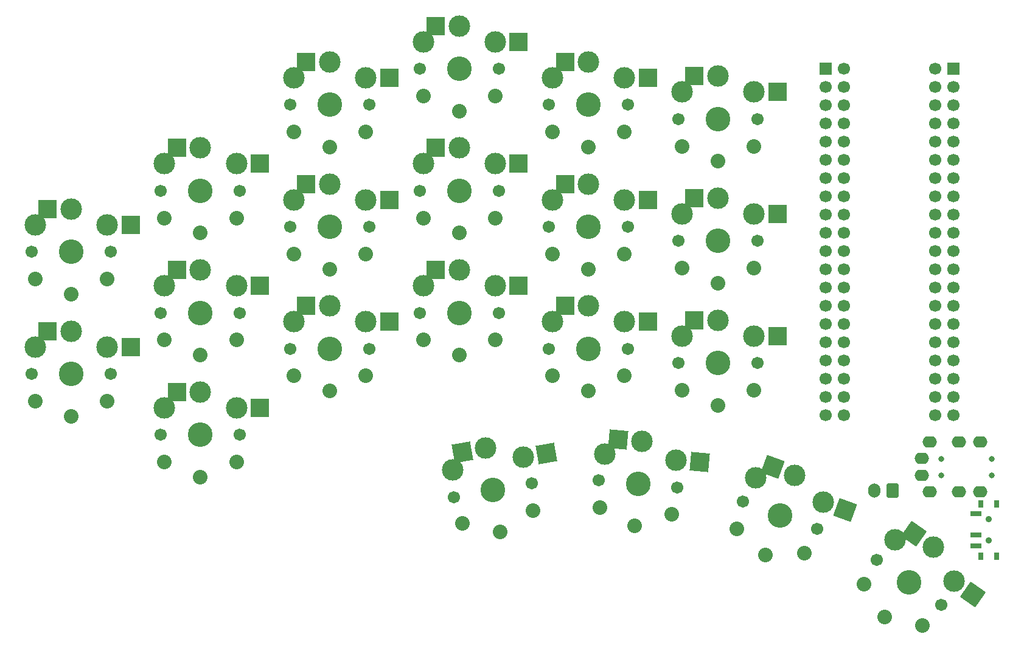
<source format=gbr>
%TF.GenerationSoftware,KiCad,Pcbnew,7.0.1-0*%
%TF.CreationDate,2023-06-01T10:31:47+02:00*%
%TF.ProjectId,nantor,6e616e74-6f72-42e6-9b69-6361645f7063,rev?*%
%TF.SameCoordinates,Original*%
%TF.FileFunction,Soldermask,Bot*%
%TF.FilePolarity,Negative*%
%FSLAX46Y46*%
G04 Gerber Fmt 4.6, Leading zero omitted, Abs format (unit mm)*
G04 Created by KiCad (PCBNEW 7.0.1-0) date 2023-06-01 10:31:47*
%MOMM*%
%LPD*%
G01*
G04 APERTURE LIST*
G04 Aperture macros list*
%AMRoundRect*
0 Rectangle with rounded corners*
0 $1 Rounding radius*
0 $2 $3 $4 $5 $6 $7 $8 $9 X,Y pos of 4 corners*
0 Add a 4 corners polygon primitive as box body*
4,1,4,$2,$3,$4,$5,$6,$7,$8,$9,$2,$3,0*
0 Add four circle primitives for the rounded corners*
1,1,$1+$1,$2,$3*
1,1,$1+$1,$4,$5*
1,1,$1+$1,$6,$7*
1,1,$1+$1,$8,$9*
0 Add four rect primitives between the rounded corners*
20,1,$1+$1,$2,$3,$4,$5,0*
20,1,$1+$1,$4,$5,$6,$7,0*
20,1,$1+$1,$6,$7,$8,$9,0*
20,1,$1+$1,$8,$9,$2,$3,0*%
%AMRotRect*
0 Rectangle, with rotation*
0 The origin of the aperture is its center*
0 $1 length*
0 $2 width*
0 $3 Rotation angle, in degrees counterclockwise*
0 Add horizontal line*
21,1,$1,$2,0,0,$3*%
G04 Aperture macros list end*
%ADD10C,1.701800*%
%ADD11C,3.000000*%
%ADD12C,3.429000*%
%ADD13R,2.600000X2.600000*%
%ADD14C,2.032000*%
%ADD15RotRect,2.600000X2.600000X355.000000*%
%ADD16RotRect,2.600000X2.600000X340.000000*%
%ADD17R,1.700000X1.700000*%
%ADD18C,1.700000*%
%ADD19C,0.900000*%
%ADD20C,0.800000*%
%ADD21O,2.000000X1.600000*%
%ADD22RotRect,2.600000X2.600000X10.000000*%
%ADD23RotRect,2.600000X2.600000X325.000000*%
%ADD24R,0.800000X1.000000*%
%ADD25R,1.500000X0.700000*%
%ADD26RoundRect,0.250000X0.600000X0.750000X-0.600000X0.750000X-0.600000X-0.750000X0.600000X-0.750000X0*%
%ADD27O,1.700000X2.000000*%
G04 APERTURE END LIST*
D10*
%TO.C,KS12*%
X163006983Y-81277968D03*
D11*
X163506983Y-77527968D03*
X168506983Y-75327968D03*
D12*
X168506983Y-81277968D03*
D11*
X173506983Y-77527968D03*
D10*
X174006983Y-81277968D03*
D13*
X165231983Y-75327968D03*
D14*
X168506983Y-87177968D03*
X163506983Y-85077968D03*
X173506983Y-85077968D03*
D13*
X176781983Y-77527968D03*
%TD*%
D10*
%TO.C,KS2*%
X91006983Y-74277968D03*
D11*
X91506983Y-70527968D03*
X96506983Y-68327968D03*
D12*
X96506983Y-74277968D03*
D11*
X101506983Y-70527968D03*
D10*
X102006983Y-74277968D03*
D13*
X93231983Y-68327968D03*
D14*
X96506983Y-80177968D03*
X91506983Y-78077968D03*
X101506983Y-78077968D03*
D13*
X104781983Y-70527968D03*
%TD*%
D10*
%TO.C,KS3*%
X109006983Y-62277968D03*
D11*
X109506983Y-58527968D03*
X114506983Y-56327968D03*
D12*
X114506983Y-62277968D03*
D11*
X119506983Y-58527968D03*
D10*
X120006983Y-62277968D03*
D13*
X111231983Y-56327968D03*
D14*
X114506983Y-68177968D03*
X109506983Y-66077968D03*
X119506983Y-66077968D03*
D13*
X122781983Y-58527968D03*
%TD*%
D10*
%TO.C,KS19*%
X151915929Y-114619643D03*
D11*
X152740861Y-110927491D03*
X157913577Y-109171642D03*
D12*
X157395000Y-115099000D03*
D11*
X162702808Y-111799049D03*
D10*
X162874071Y-115578357D03*
D15*
X154651039Y-108886206D03*
D14*
X156880781Y-120976549D03*
X152082835Y-118448761D03*
X162044782Y-119320319D03*
D15*
X165965345Y-112084484D03*
%TD*%
D10*
%TO.C,KS4*%
X127006983Y-57277968D03*
D11*
X127506983Y-53527968D03*
X132506983Y-51327968D03*
D12*
X132506983Y-57277968D03*
D11*
X137506983Y-53527968D03*
D10*
X138006983Y-57277968D03*
D13*
X129231983Y-51327968D03*
D14*
X132506983Y-63177968D03*
X127506983Y-61077968D03*
X137506983Y-61077968D03*
D13*
X140781983Y-53527968D03*
%TD*%
D10*
%TO.C,KS17*%
X163006983Y-98277968D03*
D11*
X163506983Y-94527968D03*
X168506983Y-92327968D03*
D12*
X168506983Y-98277968D03*
D11*
X173506983Y-94527968D03*
D10*
X174006983Y-98277968D03*
D13*
X165231983Y-92327968D03*
D14*
X168506983Y-104177968D03*
X163506983Y-102077968D03*
X173506983Y-102077968D03*
D13*
X176781983Y-94527968D03*
%TD*%
D10*
%TO.C,KS11*%
X145006983Y-79277968D03*
D11*
X145506983Y-75527968D03*
X150506983Y-73327968D03*
D12*
X150506983Y-79277968D03*
D11*
X155506983Y-75527968D03*
D10*
X156006983Y-79277968D03*
D13*
X147231983Y-73327968D03*
D14*
X150506983Y-85177968D03*
X145506983Y-83077968D03*
X155506983Y-83077968D03*
D13*
X158781983Y-75527968D03*
%TD*%
D10*
%TO.C,KS16*%
X145006983Y-96277968D03*
D11*
X145506983Y-92527968D03*
X150506983Y-90327968D03*
D12*
X150506983Y-96277968D03*
D11*
X155506983Y-92527968D03*
D10*
X156006983Y-96277968D03*
D13*
X147231983Y-90327968D03*
D14*
X150506983Y-102177968D03*
X145506983Y-100077968D03*
X155506983Y-100077968D03*
D13*
X158781983Y-92527968D03*
%TD*%
D10*
%TO.C,KS1*%
X73006983Y-82777968D03*
D11*
X73506983Y-79027968D03*
X78506983Y-76827968D03*
D12*
X78506983Y-82777968D03*
D11*
X83506983Y-79027968D03*
D10*
X84006983Y-82777968D03*
D13*
X75231983Y-76827968D03*
D14*
X78506983Y-88677968D03*
X73506983Y-86577968D03*
X83506983Y-86577968D03*
D13*
X86781983Y-79027968D03*
%TD*%
D10*
%TO.C,KS7*%
X73006983Y-99777968D03*
D11*
X73506983Y-96027968D03*
X78506983Y-93827968D03*
D12*
X78506983Y-99777968D03*
D11*
X83506983Y-96027968D03*
D10*
X84006983Y-99777968D03*
D13*
X75231983Y-93827968D03*
D14*
X78506983Y-105677968D03*
X73506983Y-103577968D03*
X83506983Y-103577968D03*
D13*
X86781983Y-96027968D03*
%TD*%
D10*
%TO.C,KS20*%
X171978691Y-117596889D03*
D11*
X173731112Y-114244052D03*
X179182020Y-113886829D03*
D12*
X177147000Y-119478000D03*
D11*
X183128039Y-117664253D03*
D10*
X182315309Y-121359111D03*
D16*
X176104527Y-112766713D03*
D14*
X175129081Y-125022186D03*
X171148860Y-121338731D03*
X180545787Y-124758933D03*
D16*
X186205532Y-118784369D03*
%TD*%
D17*
%TO.C,U1*%
X183541983Y-57297968D03*
X201321983Y-57297968D03*
D18*
X183541983Y-59837968D03*
X201321983Y-59837968D03*
X183541983Y-62377968D03*
X201321983Y-62377968D03*
X183541983Y-64917968D03*
X201321983Y-64917968D03*
X183541983Y-67457968D03*
X201321983Y-67457968D03*
X183541983Y-69997968D03*
X201321983Y-69997968D03*
X183541983Y-72537968D03*
X201321983Y-72537968D03*
X183541983Y-75077968D03*
X201321983Y-75077968D03*
X183541983Y-77617968D03*
X201321983Y-77617968D03*
X183541983Y-80157968D03*
X201321983Y-80157968D03*
X183541983Y-82697968D03*
X201321983Y-82697968D03*
X183541983Y-85237968D03*
X201321983Y-85237968D03*
X183541983Y-87777968D03*
X201321983Y-87777968D03*
X183541983Y-90317968D03*
X201321983Y-90317968D03*
X183541983Y-92857968D03*
X201321983Y-92857968D03*
X183541983Y-95397968D03*
X201321983Y-95397968D03*
X183541983Y-97937968D03*
X201321983Y-97937968D03*
X183541983Y-100477968D03*
X201321983Y-100477968D03*
X183541983Y-103017968D03*
X201321983Y-103017968D03*
X183541983Y-105557968D03*
X201321983Y-105557968D03*
X186081983Y-105557968D03*
X198781983Y-105557968D03*
X186081983Y-103017968D03*
X198781983Y-103017968D03*
X186081983Y-100477968D03*
X198781983Y-100477968D03*
X186081983Y-97937968D03*
X198781983Y-97937968D03*
X186081983Y-95397968D03*
X198781983Y-95397968D03*
X186081983Y-92857968D03*
X198781983Y-92857968D03*
X186081983Y-90317968D03*
X198781983Y-90317968D03*
X186081983Y-87777968D03*
X198781983Y-87777968D03*
X186081983Y-85237968D03*
X198781983Y-85237968D03*
X186081983Y-82697968D03*
X198781983Y-82697968D03*
X186081983Y-80157968D03*
X198781983Y-80157968D03*
X186081983Y-77617968D03*
X198781983Y-77617968D03*
X186081983Y-75077968D03*
X198781983Y-75077968D03*
X186081983Y-72537968D03*
X198781983Y-72537968D03*
X186081983Y-69997968D03*
X198781983Y-69997968D03*
X186081983Y-67457968D03*
X198781983Y-67457968D03*
X186081983Y-64917968D03*
X198781983Y-64917968D03*
X186081983Y-62377968D03*
X198781983Y-62377968D03*
X186081983Y-59837968D03*
X198781983Y-59837968D03*
X186081983Y-57297968D03*
X198781983Y-57297968D03*
%TD*%
D10*
%TO.C,KS5*%
X145006983Y-62277968D03*
D11*
X145506983Y-58527968D03*
X150506983Y-56327968D03*
D12*
X150506983Y-62277968D03*
D11*
X155506983Y-58527968D03*
D10*
X156006983Y-62277968D03*
D13*
X147231983Y-56327968D03*
D14*
X150506983Y-68177968D03*
X145506983Y-66077968D03*
X155506983Y-66077968D03*
D13*
X158781983Y-58527968D03*
%TD*%
D19*
%TO.C,SW1*%
X206206699Y-123009898D03*
X206206699Y-120009898D03*
%TD*%
D20*
%TO.C,J1*%
X206615182Y-111607147D03*
X199615182Y-111607147D03*
X206615182Y-113887147D03*
X199615182Y-113887147D03*
D21*
X202015182Y-109307147D03*
X205015182Y-116187147D03*
X196915182Y-111587147D03*
X196915182Y-113907147D03*
X198015182Y-109307147D03*
X198015182Y-116187147D03*
X205015182Y-109307147D03*
X202015182Y-116187147D03*
%TD*%
D10*
%TO.C,KS6*%
X163006983Y-64277968D03*
D11*
X163506983Y-60527968D03*
X168506983Y-58327968D03*
D12*
X168506983Y-64277968D03*
D11*
X173506983Y-60527968D03*
D10*
X174006983Y-64277968D03*
D13*
X165231983Y-58327968D03*
D14*
X168506983Y-70177968D03*
X163506983Y-68077968D03*
X173506983Y-68077968D03*
D13*
X176781983Y-60527968D03*
%TD*%
D10*
%TO.C,KS13*%
X91006983Y-108277968D03*
D11*
X91506983Y-104527968D03*
X96506983Y-102327968D03*
D12*
X96506983Y-108277968D03*
D11*
X101506983Y-104527968D03*
D10*
X102006983Y-108277968D03*
D13*
X93231983Y-102327968D03*
D14*
X96506983Y-114177968D03*
X91506983Y-112077968D03*
X101506983Y-112077968D03*
D13*
X104781983Y-104527968D03*
%TD*%
D10*
%TO.C,KS14*%
X109006983Y-96277968D03*
D11*
X109506983Y-92527968D03*
X114506983Y-90327968D03*
D12*
X114506983Y-96277968D03*
D11*
X119506983Y-92527968D03*
D10*
X120006983Y-96277968D03*
D13*
X111231983Y-90327968D03*
D14*
X114506983Y-102177968D03*
X109506983Y-100077968D03*
X119506983Y-100077968D03*
D13*
X122781983Y-92527968D03*
%TD*%
D10*
%TO.C,KS18*%
X131766557Y-116937065D03*
D11*
X131607781Y-113157212D03*
X136149793Y-110122394D03*
D12*
X137183000Y-115982000D03*
D11*
X141455858Y-111420730D03*
D10*
X142599443Y-115026935D03*
D22*
X132924548Y-110691092D03*
D14*
X138207524Y-121792366D03*
X132918824Y-120592510D03*
X142766902Y-118856029D03*
D22*
X144681103Y-110852032D03*
%TD*%
D10*
%TO.C,KS10*%
X127006983Y-74277968D03*
D11*
X127506983Y-70527968D03*
X132506983Y-68327968D03*
D12*
X132506983Y-74277968D03*
D11*
X137506983Y-70527968D03*
D10*
X138006983Y-74277968D03*
D13*
X129231983Y-68327968D03*
D14*
X132506983Y-80177968D03*
X127506983Y-78077968D03*
X137506983Y-78077968D03*
D13*
X140781983Y-70527968D03*
%TD*%
D10*
%TO.C,KS15*%
X127006983Y-91277968D03*
D11*
X127506983Y-87527968D03*
X132506983Y-85327968D03*
D12*
X132506983Y-91277968D03*
D11*
X137506983Y-87527968D03*
D10*
X138006983Y-91277968D03*
D13*
X129231983Y-85327968D03*
D14*
X132506983Y-97177968D03*
X127506983Y-95077968D03*
X137506983Y-95077968D03*
D13*
X140781983Y-87527968D03*
%TD*%
D10*
%TO.C,KS21*%
X190587664Y-125665330D03*
D11*
X193148151Y-122880298D03*
X198505780Y-123946045D03*
D12*
X195093000Y-128820000D03*
D11*
X201339672Y-128616062D03*
D10*
X199598336Y-131974670D03*
D23*
X195823057Y-122067583D03*
D14*
X191708899Y-133652997D03*
X188817649Y-129064896D03*
X197009170Y-134800660D03*
D23*
X204022395Y-130494525D03*
%TD*%
D10*
%TO.C,KS9*%
X109006983Y-79277968D03*
D11*
X109506983Y-75527968D03*
X114506983Y-73327968D03*
D12*
X114506983Y-79277968D03*
D11*
X119506983Y-75527968D03*
D10*
X120006983Y-79277968D03*
D13*
X111231983Y-73327968D03*
D14*
X114506983Y-85177968D03*
X109506983Y-83077968D03*
X119506983Y-83077968D03*
D13*
X122781983Y-75527968D03*
%TD*%
D10*
%TO.C,KS8*%
X91006983Y-91277968D03*
D11*
X91506983Y-87527968D03*
X96506983Y-85327968D03*
D12*
X96506983Y-91277968D03*
D11*
X101506983Y-87527968D03*
D10*
X102006983Y-91277968D03*
D13*
X93231983Y-85327968D03*
D14*
X96506983Y-97177968D03*
X91506983Y-95077968D03*
X101506983Y-95077968D03*
D13*
X104781983Y-87527968D03*
%TD*%
D24*
%TO.C,SW2*%
X207307000Y-117860000D03*
X205097000Y-117860000D03*
D19*
X206207000Y-120010000D03*
X206207000Y-123010000D03*
D24*
X207307000Y-125160000D03*
X205097000Y-125160000D03*
D25*
X204447000Y-119260000D03*
X204447000Y-122260000D03*
X204447000Y-123760000D03*
%TD*%
D26*
%TO.C,J2*%
X192806983Y-116071469D03*
D27*
X190306983Y-116071469D03*
%TD*%
M02*

</source>
